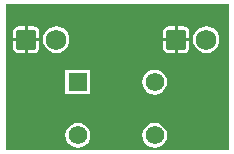
<source format=gbl>
G04 Layer_Physical_Order=2*
G04 Layer_Color=16711680*
%FSLAX25Y25*%
%MOIN*%
G70*
G01*
G75*
%ADD13C,0.06200*%
%ADD14R,0.06200X0.06200*%
G04:AMPARAMS|DCode=15|XSize=68mil|YSize=68mil|CornerRadius=10.2mil|HoleSize=0mil|Usage=FLASHONLY|Rotation=270.000|XOffset=0mil|YOffset=0mil|HoleType=Round|Shape=RoundedRectangle|*
%AMROUNDEDRECTD15*
21,1,0.06800,0.04760,0,0,270.0*
21,1,0.04760,0.06800,0,0,270.0*
1,1,0.02040,-0.02380,-0.02380*
1,1,0.02040,-0.02380,0.02380*
1,1,0.02040,0.02380,0.02380*
1,1,0.02040,0.02380,-0.02380*
%
%ADD15ROUNDEDRECTD15*%
%ADD16C,0.06800*%
G36*
X77568Y3141D02*
X3141D01*
Y51977D01*
X77568D01*
Y3141D01*
D02*
G37*
%LPC*%
G36*
X31305Y29958D02*
X23105D01*
Y21758D01*
X31305D01*
Y29958D01*
D02*
G37*
G36*
X9500Y39500D02*
X5560D01*
Y37620D01*
X5717Y36832D01*
X6164Y36164D01*
X6832Y35717D01*
X7620Y35560D01*
X9500D01*
Y39500D01*
D02*
G37*
G36*
X14440D02*
X10500D01*
Y35560D01*
X12380D01*
X13168Y35717D01*
X13836Y36164D01*
X14283Y36832D01*
X14440Y37620D01*
Y39500D01*
D02*
G37*
G36*
X27205Y12277D02*
X26134Y12136D01*
X25137Y11723D01*
X24281Y11066D01*
X23623Y10209D01*
X23210Y9212D01*
X23069Y8142D01*
X23210Y7071D01*
X23623Y6074D01*
X24281Y5218D01*
X25137Y4560D01*
X26134Y4147D01*
X27205Y4006D01*
X28275Y4147D01*
X29272Y4560D01*
X30129Y5218D01*
X30786Y6074D01*
X31199Y7071D01*
X31340Y8142D01*
X31199Y9212D01*
X30786Y10209D01*
X30129Y11066D01*
X29272Y11723D01*
X28275Y12136D01*
X27205Y12277D01*
D02*
G37*
G36*
X52795D02*
X51725Y12136D01*
X50728Y11723D01*
X49871Y11066D01*
X49214Y10209D01*
X48801Y9212D01*
X48660Y8142D01*
X48801Y7071D01*
X49214Y6074D01*
X49871Y5218D01*
X50728Y4560D01*
X51725Y4147D01*
X52795Y4006D01*
X53866Y4147D01*
X54863Y4560D01*
X55719Y5218D01*
X56377Y6074D01*
X56790Y7071D01*
X56931Y8142D01*
X56790Y9212D01*
X56377Y10209D01*
X55719Y11066D01*
X54863Y11723D01*
X53866Y12136D01*
X52795Y12277D01*
D02*
G37*
G36*
Y29994D02*
X51725Y29853D01*
X50728Y29440D01*
X49871Y28782D01*
X49214Y27926D01*
X48801Y26929D01*
X48660Y25858D01*
X48801Y24788D01*
X49214Y23791D01*
X49871Y22934D01*
X50728Y22277D01*
X51725Y21864D01*
X52795Y21723D01*
X53866Y21864D01*
X54863Y22277D01*
X55719Y22934D01*
X56377Y23791D01*
X56790Y24788D01*
X56931Y25858D01*
X56790Y26929D01*
X56377Y27926D01*
X55719Y28782D01*
X54863Y29440D01*
X53866Y29853D01*
X52795Y29994D01*
D02*
G37*
G36*
X59500Y39500D02*
X55560D01*
Y37620D01*
X55717Y36832D01*
X56164Y36164D01*
X56832Y35717D01*
X57620Y35560D01*
X59500D01*
Y39500D01*
D02*
G37*
G36*
Y44440D02*
X57620D01*
X56832Y44283D01*
X56164Y43836D01*
X55717Y43168D01*
X55560Y42380D01*
Y40500D01*
X59500D01*
Y44440D01*
D02*
G37*
G36*
X12380D02*
X10500D01*
Y40500D01*
X14440D01*
Y42380D01*
X14283Y43168D01*
X13836Y43836D01*
X13168Y44283D01*
X12380Y44440D01*
D02*
G37*
G36*
X62380D02*
X60500D01*
Y40500D01*
X64440D01*
Y42380D01*
X64283Y43168D01*
X63836Y43836D01*
X63168Y44283D01*
X62380Y44440D01*
D02*
G37*
G36*
X9500D02*
X7620D01*
X6832Y44283D01*
X6164Y43836D01*
X5717Y43168D01*
X5560Y42380D01*
Y40500D01*
X9500D01*
Y44440D01*
D02*
G37*
G36*
X64440Y39500D02*
X60500D01*
Y35560D01*
X62380D01*
X63168Y35717D01*
X63836Y36164D01*
X64283Y36832D01*
X64440Y37620D01*
Y39500D01*
D02*
G37*
G36*
X20000Y44438D02*
X18851Y44287D01*
X17781Y43843D01*
X16862Y43138D01*
X16157Y42219D01*
X15713Y41149D01*
X15562Y40000D01*
X15713Y38851D01*
X16157Y37781D01*
X16862Y36862D01*
X17781Y36157D01*
X18851Y35713D01*
X20000Y35562D01*
X21149Y35713D01*
X22219Y36157D01*
X23138Y36862D01*
X23843Y37781D01*
X24287Y38851D01*
X24438Y40000D01*
X24287Y41149D01*
X23843Y42219D01*
X23138Y43138D01*
X22219Y43843D01*
X21149Y44287D01*
X20000Y44438D01*
D02*
G37*
G36*
X70000D02*
X68851Y44287D01*
X67781Y43843D01*
X66862Y43138D01*
X66157Y42219D01*
X65713Y41149D01*
X65562Y40000D01*
X65713Y38851D01*
X66157Y37781D01*
X66862Y36862D01*
X67781Y36157D01*
X68851Y35713D01*
X70000Y35562D01*
X71149Y35713D01*
X72219Y36157D01*
X73138Y36862D01*
X73843Y37781D01*
X74287Y38851D01*
X74438Y40000D01*
X74287Y41149D01*
X73843Y42219D01*
X73138Y43138D01*
X72219Y43843D01*
X71149Y44287D01*
X70000Y44438D01*
D02*
G37*
%LPD*%
D13*
X52795Y25858D02*
D03*
Y8142D02*
D03*
X27205D02*
D03*
D14*
Y25858D02*
D03*
D15*
X10000Y40000D02*
D03*
X60000D02*
D03*
D16*
X20000D02*
D03*
X70000D02*
D03*
M02*

</source>
